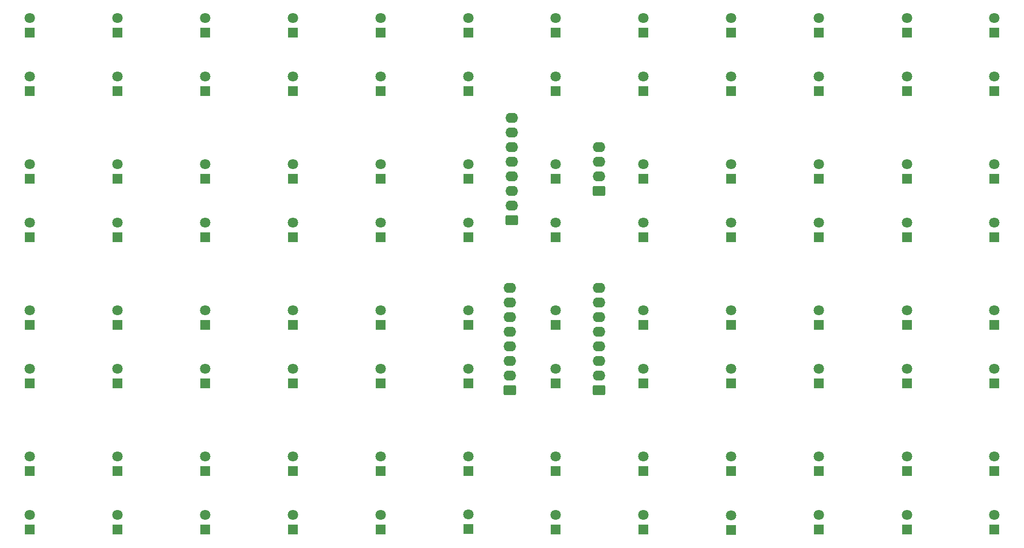
<source format=gbr>
%TF.GenerationSoftware,KiCad,Pcbnew,(6.0.7-1)-1*%
%TF.CreationDate,2023-11-06T04:03:55+10:00*%
%TF.ProjectId,Caution Panel,43617574-696f-46e2-9050-616e656c2e6b,rev?*%
%TF.SameCoordinates,Original*%
%TF.FileFunction,Soldermask,Top*%
%TF.FilePolarity,Negative*%
%FSLAX46Y46*%
G04 Gerber Fmt 4.6, Leading zero omitted, Abs format (unit mm)*
G04 Created by KiCad (PCBNEW (6.0.7-1)-1) date 2023-11-06 04:03:55*
%MOMM*%
%LPD*%
G01*
G04 APERTURE LIST*
G04 Aperture macros list*
%AMRoundRect*
0 Rectangle with rounded corners*
0 $1 Rounding radius*
0 $2 $3 $4 $5 $6 $7 $8 $9 X,Y pos of 4 corners*
0 Add a 4 corners polygon primitive as box body*
4,1,4,$2,$3,$4,$5,$6,$7,$8,$9,$2,$3,0*
0 Add four circle primitives for the rounded corners*
1,1,$1+$1,$2,$3*
1,1,$1+$1,$4,$5*
1,1,$1+$1,$6,$7*
1,1,$1+$1,$8,$9*
0 Add four rect primitives between the rounded corners*
20,1,$1+$1,$2,$3,$4,$5,0*
20,1,$1+$1,$4,$5,$6,$7,0*
20,1,$1+$1,$6,$7,$8,$9,0*
20,1,$1+$1,$8,$9,$2,$3,0*%
G04 Aperture macros list end*
%ADD10R,1.800000X1.800000*%
%ADD11C,1.800000*%
%ADD12RoundRect,0.250000X0.845000X-0.620000X0.845000X0.620000X-0.845000X0.620000X-0.845000X-0.620000X0*%
%ADD13O,2.190000X1.740000*%
G04 APERTURE END LIST*
D10*
%TO.C,D92*%
X245000000Y-97893600D03*
D11*
X245000000Y-95353600D03*
%TD*%
D10*
%TO.C,D77*%
X214524800Y-82650500D03*
D11*
X214524800Y-80110500D03*
%TD*%
D10*
%TO.C,D39*%
X138367300Y-57259300D03*
D11*
X138367300Y-54719300D03*
%TD*%
D10*
%TO.C,D62*%
X184044600Y-72475700D03*
D11*
X184044600Y-69935700D03*
%TD*%
D10*
%TO.C,D63*%
X184044600Y-57259300D03*
D11*
X184044600Y-54719300D03*
%TD*%
D10*
%TO.C,D96*%
X245000000Y-57259300D03*
D11*
X245000000Y-54719300D03*
%TD*%
D10*
%TO.C,D91*%
X245000000Y-108055000D03*
D11*
X245000000Y-105515000D03*
%TD*%
D10*
%TO.C,D55*%
X168805900Y-57259300D03*
D11*
X168805900Y-54719300D03*
%TD*%
D10*
%TO.C,D60*%
X184044600Y-97893600D03*
D11*
X184044600Y-95353600D03*
%TD*%
D10*
%TO.C,D69*%
X199281400Y-82650500D03*
D11*
X199281400Y-80110500D03*
%TD*%
D10*
%TO.C,D73*%
X214524800Y-133465000D03*
D11*
X214524800Y-130925000D03*
%TD*%
D10*
%TO.C,D38*%
X138367300Y-72475700D03*
D11*
X138367300Y-69935700D03*
%TD*%
D10*
%TO.C,D23*%
X107871400Y-57259300D03*
D11*
X107871400Y-54719300D03*
%TD*%
D10*
%TO.C,D20*%
X107871400Y-97893600D03*
D11*
X107871400Y-95353600D03*
%TD*%
D10*
%TO.C,D8*%
X77400300Y-47101300D03*
D11*
X77400300Y-44561300D03*
%TD*%
D10*
%TO.C,D15*%
X92647100Y-57259300D03*
D11*
X92647100Y-54719300D03*
%TD*%
D10*
%TO.C,D6*%
X77390100Y-72475700D03*
D11*
X77390100Y-69935700D03*
%TD*%
D10*
%TO.C,D34*%
X138367300Y-123289800D03*
D11*
X138367300Y-120749800D03*
%TD*%
D10*
%TO.C,D59*%
X184044600Y-108055000D03*
D11*
X184044600Y-105515000D03*
%TD*%
D10*
%TO.C,D17*%
X107871400Y-133479700D03*
D11*
X107871400Y-130939700D03*
%TD*%
D10*
%TO.C,D3*%
X77413300Y-108055000D03*
D11*
X77413300Y-105515000D03*
%TD*%
D10*
%TO.C,D11*%
X92647100Y-108055000D03*
D11*
X92647100Y-105515000D03*
%TD*%
D10*
%TO.C,D2*%
X77391600Y-123289800D03*
D11*
X77391600Y-120749800D03*
%TD*%
D10*
%TO.C,D47*%
X153596400Y-57259300D03*
D11*
X153596400Y-54719300D03*
%TD*%
D10*
%TO.C,D58*%
X184044600Y-123289800D03*
D11*
X184044600Y-120749800D03*
%TD*%
D10*
%TO.C,D89*%
X245000000Y-133462100D03*
D11*
X245000000Y-130922100D03*
%TD*%
D10*
%TO.C,D32*%
X123100500Y-47101300D03*
D11*
X123100500Y-44561300D03*
%TD*%
D10*
%TO.C,D33*%
X138367300Y-133456200D03*
D11*
X138367300Y-130916200D03*
%TD*%
D10*
%TO.C,D48*%
X153596400Y-47101300D03*
D11*
X153596400Y-44561300D03*
%TD*%
D10*
%TO.C,D46*%
X153596400Y-72475700D03*
D11*
X153596400Y-69935700D03*
%TD*%
D10*
%TO.C,D82*%
X229779700Y-123289800D03*
D11*
X229779700Y-120749800D03*
%TD*%
D10*
%TO.C,D95*%
X245000000Y-47101300D03*
D11*
X245000000Y-44561300D03*
%TD*%
D10*
%TO.C,D13*%
X92647100Y-82650500D03*
D11*
X92647100Y-80110500D03*
%TD*%
D10*
%TO.C,D19*%
X107871400Y-108055000D03*
D11*
X107871400Y-105515000D03*
%TD*%
D10*
%TO.C,D67*%
X199281400Y-108055000D03*
D11*
X199281400Y-105515000D03*
%TD*%
D10*
%TO.C,D78*%
X214524800Y-72475700D03*
D11*
X214524800Y-69935700D03*
%TD*%
D10*
%TO.C,D44*%
X153596400Y-97893600D03*
D11*
X153596400Y-95353600D03*
%TD*%
D10*
%TO.C,D94*%
X245000000Y-72475700D03*
D11*
X245000000Y-69935700D03*
%TD*%
D10*
%TO.C,D80*%
X214524800Y-47101300D03*
D11*
X214524800Y-44561300D03*
%TD*%
D10*
%TO.C,D86*%
X229779700Y-72475700D03*
D11*
X229779700Y-69935700D03*
%TD*%
D10*
%TO.C,D12*%
X92647100Y-97893600D03*
D11*
X92647100Y-95353600D03*
%TD*%
D10*
%TO.C,D37*%
X138367300Y-82650500D03*
D11*
X138367300Y-80110500D03*
%TD*%
D10*
%TO.C,D75*%
X214524800Y-108055000D03*
D11*
X214524800Y-105515000D03*
%TD*%
D10*
%TO.C,D21*%
X107871400Y-82650500D03*
D11*
X107871400Y-80110500D03*
%TD*%
D10*
%TO.C,D93*%
X245000000Y-82650500D03*
D11*
X245000000Y-80110500D03*
%TD*%
D10*
%TO.C,D18*%
X107871400Y-123289800D03*
D11*
X107871400Y-120749800D03*
%TD*%
D10*
%TO.C,D45*%
X153596400Y-82650500D03*
D11*
X153596400Y-80110500D03*
%TD*%
D10*
%TO.C,D42*%
X153596400Y-123289800D03*
D11*
X153596400Y-120749800D03*
%TD*%
D10*
%TO.C,D57*%
X184044600Y-133459400D03*
D11*
X184044600Y-130919400D03*
%TD*%
D10*
%TO.C,D22*%
X107871400Y-72475700D03*
D11*
X107871400Y-69935700D03*
%TD*%
D10*
%TO.C,D43*%
X153596400Y-108055000D03*
D11*
X153596400Y-105515000D03*
%TD*%
D10*
%TO.C,D27*%
X123100500Y-108055000D03*
D11*
X123100500Y-105515000D03*
%TD*%
D10*
%TO.C,D83*%
X229779700Y-108055000D03*
D11*
X229779700Y-105515000D03*
%TD*%
D10*
%TO.C,D28*%
X123100500Y-97893600D03*
D11*
X123100500Y-95353600D03*
%TD*%
D10*
%TO.C,D10*%
X92647100Y-123289800D03*
D11*
X92647100Y-120749800D03*
%TD*%
D10*
%TO.C,D5*%
X77409700Y-82650500D03*
D11*
X77409700Y-80110500D03*
%TD*%
D10*
%TO.C,D79*%
X214524800Y-57259300D03*
D11*
X214524800Y-54719300D03*
%TD*%
D10*
%TO.C,D56*%
X168805900Y-47101300D03*
D11*
X168805900Y-44561300D03*
%TD*%
D10*
%TO.C,D40*%
X138367300Y-47101300D03*
D11*
X138367300Y-44561300D03*
%TD*%
D10*
%TO.C,D36*%
X138367300Y-97893600D03*
D11*
X138367300Y-95353600D03*
%TD*%
D10*
%TO.C,D25*%
X123100500Y-133466700D03*
D11*
X123100500Y-130926700D03*
%TD*%
D10*
%TO.C,D87*%
X229779700Y-57259300D03*
D11*
X229779700Y-54719300D03*
%TD*%
D10*
%TO.C,D53*%
X168805900Y-82650500D03*
D11*
X168805900Y-80110500D03*
%TD*%
D10*
%TO.C,D49*%
X168805900Y-133450900D03*
D11*
X168805900Y-130910900D03*
%TD*%
D10*
%TO.C,D14*%
X92647100Y-72475700D03*
D11*
X92647100Y-69935700D03*
%TD*%
D10*
%TO.C,D9*%
X92647100Y-133482200D03*
D11*
X92647100Y-130942200D03*
%TD*%
D10*
%TO.C,D52*%
X168805900Y-97893600D03*
D11*
X168805900Y-95353600D03*
%TD*%
D10*
%TO.C,D4*%
X77406300Y-97893600D03*
D11*
X77406300Y-95353600D03*
%TD*%
D10*
%TO.C,D66*%
X199281400Y-123289800D03*
D11*
X199281400Y-120749800D03*
%TD*%
D10*
%TO.C,D85*%
X229779700Y-82650500D03*
D11*
X229779700Y-80110500D03*
%TD*%
D10*
%TO.C,D26*%
X123100500Y-123289800D03*
D11*
X123100500Y-120749800D03*
%TD*%
D10*
%TO.C,D81*%
X229779700Y-133470000D03*
D11*
X229779700Y-130930000D03*
%TD*%
D10*
%TO.C,D30*%
X123100500Y-72475700D03*
D11*
X123100500Y-69935700D03*
%TD*%
D10*
%TO.C,D7*%
X77394900Y-57259300D03*
D11*
X77394900Y-54719300D03*
%TD*%
D10*
%TO.C,D16*%
X92647100Y-47101300D03*
D11*
X92647100Y-44561300D03*
%TD*%
D10*
%TO.C,D29*%
X123100500Y-82650500D03*
D11*
X123100500Y-80110500D03*
%TD*%
D10*
%TO.C,D84*%
X229779700Y-97893600D03*
D11*
X229779700Y-95353600D03*
%TD*%
D10*
%TO.C,D64*%
X184044600Y-47101300D03*
D11*
X184044600Y-44561300D03*
%TD*%
D10*
%TO.C,D70*%
X199281400Y-72475700D03*
D11*
X199281400Y-69935700D03*
%TD*%
D10*
%TO.C,D54*%
X168805900Y-72475700D03*
D11*
X168805900Y-69935700D03*
%TD*%
D10*
%TO.C,D72*%
X199281400Y-47101300D03*
D11*
X199281400Y-44561300D03*
%TD*%
D10*
%TO.C,D50*%
X168805900Y-123289800D03*
D11*
X168805900Y-120749800D03*
%TD*%
D10*
%TO.C,D90*%
X245000000Y-123289800D03*
D11*
X245000000Y-120749800D03*
%TD*%
D10*
%TO.C,D41*%
X153596400Y-133392400D03*
D11*
X153596400Y-130852400D03*
%TD*%
D10*
%TO.C,D71*%
X199281400Y-57259300D03*
D11*
X199281400Y-54719300D03*
%TD*%
D10*
%TO.C,D1*%
X77397300Y-133446800D03*
D11*
X77397300Y-130906800D03*
%TD*%
D10*
%TO.C,D76*%
X214524800Y-97893600D03*
D11*
X214524800Y-95353600D03*
%TD*%
D10*
%TO.C,D61*%
X184044600Y-82650500D03*
D11*
X184044600Y-80110500D03*
%TD*%
D10*
%TO.C,D24*%
X107871400Y-47101300D03*
D11*
X107871400Y-44561300D03*
%TD*%
D10*
%TO.C,D74*%
X214524800Y-123289800D03*
D11*
X214524800Y-120749800D03*
%TD*%
D10*
%TO.C,D88*%
X229779700Y-47101300D03*
D11*
X229779700Y-44561300D03*
%TD*%
D10*
%TO.C,D68*%
X199281400Y-97893600D03*
D11*
X199281400Y-95353600D03*
%TD*%
D10*
%TO.C,D31*%
X123100500Y-57259300D03*
D11*
X123100500Y-54719300D03*
%TD*%
D10*
%TO.C,D51*%
X168805900Y-108055000D03*
D11*
X168805900Y-105515000D03*
%TD*%
D10*
%TO.C,D35*%
X138367300Y-108055000D03*
D11*
X138367300Y-105515000D03*
%TD*%
D10*
%TO.C,D65*%
X199281400Y-133491000D03*
D11*
X199281400Y-130951000D03*
%TD*%
D12*
%TO.C,J2*%
X160774300Y-109247600D03*
D13*
X160774300Y-106707600D03*
X160774300Y-104167600D03*
X160774300Y-101627600D03*
X160774300Y-99087600D03*
X160774300Y-96547600D03*
X160774300Y-94007600D03*
X160774300Y-91467600D03*
%TD*%
D12*
%TO.C,J1*%
X161162500Y-79652600D03*
D13*
X161162500Y-77112600D03*
X161162500Y-74572600D03*
X161162500Y-72032600D03*
X161162500Y-69492600D03*
X161162500Y-66952600D03*
X161162500Y-64412600D03*
X161162500Y-61872600D03*
%TD*%
D12*
%TO.C,J3*%
X176331800Y-109247600D03*
D13*
X176331800Y-106707600D03*
X176331800Y-104167600D03*
X176331800Y-101627600D03*
X176331800Y-99087600D03*
X176331800Y-96547600D03*
X176331800Y-94007600D03*
X176331800Y-91467600D03*
%TD*%
D12*
%TO.C,J4*%
X176351800Y-74572600D03*
D13*
X176351800Y-72032600D03*
X176351800Y-69492600D03*
X176351800Y-66952600D03*
%TD*%
M02*

</source>
